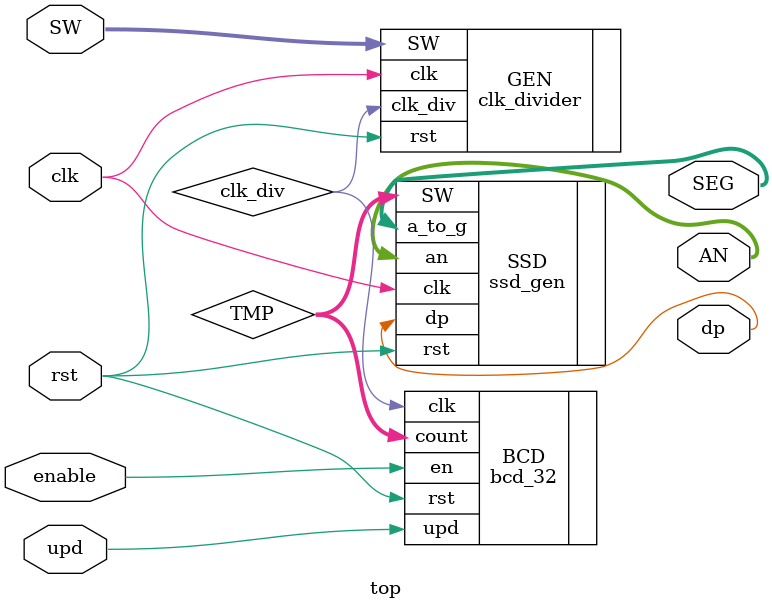
<source format=v>
`timescale 1ns / 1ps


module top(
            input clk,
            input rst,
            input [4:0] SW, 
            input enable, 
            input upd, 
            output wire [6:0] SEG,
            output wire [7:0] AN,
            output wire dp
    );
         wire clk_div; 
         clk_divider  GEN    (
                              .clk(clk),
                              .rst(rst),
                              .SW(SW), 
                              .clk_div(clk_div)
                              ); 
          
         wire [31:0] TMP;                 

         bcd_32  BCD    (
                          .clk(clk_div),
                          .rst(rst),
                          .en(enable),
                          .upd(upd),
                          .count(TMP)
                          );
                          
         ssd_gen   SSD   (
                           .SW(TMP),
                           .clk(clk),
                           .rst(rst),
                           .a_to_g(SEG),
                           .an(AN),
                           .dp(dp)
                          );                 
          
endmodule

</source>
